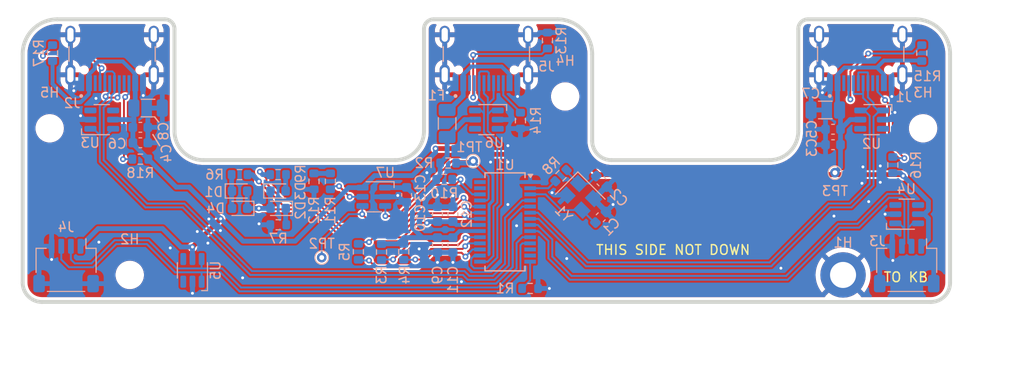
<source format=kicad_pcb>
(kicad_pcb (version 20240108) (generator "pcbnew") (generator_version "8.0")
  (layers (0 "F.Cu" signal) (31 "B.Cu" signal) (34 "B.Paste" user) (35 "F.Paste" user) (36 "B.SilkS" user "B.Silkscreen") (37 "F.SilkS" user "F.Silkscreen") (38 "B.Mask" user) (39 "F.Mask" user) (44 "Edge.Cuts" user))
  (net 0 "")
  (net 1 "GND")
  (net 2 "XIN")
  (net 3 "Net-(C2-Pad2)")
  (net 4 "+5V_lim")
  (net 5 "+5V")
  (net 6 "+3.3V")
  (net 7 "Net-(D1-K)")
  (net 8 "DRV")
  (net 9 "Net-(D2-K)")
  (net 10 "Net-(D3-A)")
  (net 11 "VBUS")
  (net 12 "Net-(J1-CC1)")
  (net 14 "D1-")
  (net 15 "D1+")
  (net 17 "Net-(J1-CC2)")
  (net 18 "D4-")
  (net 19 "D4+")
  (net 21 "Net-(J2-CC2)")
  (net 22 "Net-(J2-CC1)")
  (net 24 "D3-")
  (net 25 "D3+")
  (net 26 "Net-(J5-CC2)")
  (net 28 "D0+")
  (net 29 "Net-(J5-CC1)")
  (net 30 "D0-")
  (net 32 "Net-(U1-REXT)")
  (net 33 "P_EN")
  (net 34 "Net-(U1-BUSJ)")
  (net 35 "Net-(U1-VBUSM)")
  (net 36 "Net-(U1-~{XRSTJ})")
  (net 37 "LED1")
  (net 38 "XOUT")
  (net 39 "LED2")
  (net 40 "FAULT")
  (net 41 "Net-(R11-Pad2)")
  (net 42 "Net-(U7-ILIM)")
  (net 55 "D2-")
  (net 56 "D2+")
  (footprint "Resistor_SMD:R_0603_1608Metric" (layer "B.Cu") (at 54.4 2.2 90)
    (property "Reference" "R13")
    (property "Value" "5.1k")
  )
  (footprint "Resistor_SMD:R_0603_1608Metric" (layer "B.Cu") (at 30.2 16.8 -90)
    (property "Reference" "R12")
    (property "Value" "33k")
  )
  (footprint "PCM_marbastlib-various:SOT-23-6-routable" (layer "B.Cu") (at 8.2 10.4)
    (property "Reference" "U3")
    (property "Value" "SRV05-4")
  )
  (footprint "Resistor_SMD:R_0603_1608Metric" (layer "B.Cu") (at 31.9 16.8 90)
    (property "Reference" "R11")
    (property "Value" "33k")
  )
  (footprint "TestPoint:TestPoint_THTPad_D1.0mm_Drill0.5mm" (layer "B.Cu") (at 31 24.7 180)
    (property "Reference" "TP2")
    (property "Value" "TestPoint_Small")
  )
  (footprint "Connector_JST:JST_SH_SM04B-SRSS-TB_1x04-1MP_P1.00mm_Horizontal" (layer "B.Cu") (at 4.5 25.525 180)
    (property "Reference" "J4")
    (property "Value" "Conn_01x04")
  )
  (footprint "Capacitor_SMD:C_0603_1608Metric" (layer "B.Cu") (at 59.92132 20.52132 -135)
    (property "Reference" "C1")
    (property "Value" "33p")
  )
  (footprint "PCM_marbastlib-various:SOT-23-6-routable" (layer "B.Cu") (at 88 10.4 180)
    (property "Reference" "U2")
    (property "Value" "SRV05-4")
  )
  (footprint "TestPoint:TestPoint_THTPad_D1.0mm_Drill0.5mm" (layer "B.Cu") (at 46.7 14.7 180)
    (property "Reference" "TP1")
    (property "Value" "TestPoint_Small")
  )
  (footprint "mx-unsaver:PHOENIX_1332645" (layer "B.Cu") (at 86.87 1 180)
    (property "Reference" "J1")
    (property "Value" "USB_C_Receptacle_USB2.0_16P")
  )
  (footprint "Capacitor_SMD:C_0603_1608Metric" (layer "B.Cu") (at 84 13)
    (property "Reference" "C3")
    (property "Value" "100n")
  )
  (footprint "Resistor_SMD:R_0603_1608Metric" (layer "B.Cu") (at 93.2 3.5 -90)
    (property "Reference" "R15")
    (property "Value" "56k")
  )
  (footprint "Resistor_SMD:R_0603_1608Metric" (layer "B.Cu") (at 37.2 24.125 90)
    (property "Reference" "R3")
    (property "Value" "10k")
  )
  (footprint "Resistor_SMD:R_0603_1608Metric" (layer "B.Cu") (at 55.8 16.2 -135)
    (property "Reference" "R8")
    (property "Value" "1k")
  )
  (footprint "MountingHole:MountingHole_2.7mm_M2.5" (layer "B.Cu") (at 11.1 26.5 180)
    (property "Reference" "H2")
    (property "Value" "MountingHole")
  )
  (footprint "Capacitor_SMD:C_0603_1608Metric" (layer "B.Cu") (at 43 20.2 90)
    (property "Reference" "C10")
    (property "Value" "1u")
  )
  (footprint "MountingHole:MountingHole_2.7mm_M2.5_DIN965_Pad" (layer "B.Cu") (at 85.04 26.5 180)
    (property "Reference" "H1")
    (property "Value" "MountingHole")
  )
  (footprint "Capacitor_SMD:C_1206_3216Metric" (layer "B.Cu") (at 83.2 9.4)
    (property "Reference" "C7")
    (property "Value" "100u")
  )
  (footprint "Capacitor_SMD:C_0603_1608Metric" (layer "B.Cu") (at 12.2 11.2 180)
    (property "Reference" "C4")
    (property "Value" "100n")
  )
  (footprint "Resistor_SMD:R_0603_1608Metric" (layer "B.Cu") (at 22.4875 16.1 180)
    (property "Reference" "R6")
    (property "Value" "510")
  )
  (footprint "Fuse:Fuse_1206_3216Metric" (layer "B.Cu") (at 44 10.8 -90)
    (property "Reference" "F1")
    (property "Value" "SMD0805-050-16V")
  )
  (footprint "Package_SO:SSOP-28_3.9x9.9mm_P0.635mm" (layer "B.Cu") (at 50 21 180)
    (property "Reference" "U1")
    (property "Value" "FE1.1s-BSOP28BCN")
  )
  (footprint "LED_SMD:LED_0603_1608Metric" (layer "B.Cu") (at 26.4875 19.6 180)
    (property "Reference" "D2")
    (property "Value" "LED_Small")
  )
  (footprint "Resistor_SMD:R_0603_1608Metric" (layer "B.Cu") (at 90.2 15.1 -90)
    (property "Reference" "R16")
    (property "Value" "56k")
  )
  (footprint "Resistor_SMD:R_0603_1608Metric" (layer "B.Cu") (at 3.1 3.5 -90)
    (property "Reference" "R17")
    (property "Value" "56k")
  )
  (footprint "Resistor_SMD:R_0603_1608Metric" (layer "B.Cu") (at 43.7 16.6)
    (property "Reference" "R10")
    (property "Value" "10k")
  )
  (footprint "Resistor_SMD:R_0603_1608Metric" (layer "B.Cu") (at 39.5 24.1 90)
    (property "Reference" "R4")
    (property "Value" "10k")
  )
  (footprint "PCM_marbastlib-various:SOT-23-6-routable" (layer "B.Cu") (at 91.64 20.2)
    (property "Reference" "U4")
    (property "Value" "SRV05-4")
  )
  (footprint "mx-unsaver:PHOENIX_1332645" (layer "B.Cu") (at 9.27 1 180)
    (property "Reference" "J2")
    (property "Value" "USB_C_Receptacle_USB2.0_16P")
  )
  (footprint "Resistor_SMD:R_0603_1608Metric" (layer "B.Cu") (at 34.8 24.1 -90)
    (property "Reference" "R5")
    (property "Value" "10k")
  )
  (footprint "Resistor_SMD:R_0603_1608Metric" (layer "B.Cu") (at 26.5 21.3)
    (property "Reference" "R7")
    (property "Value" "510")
  )
  (footprint "Capacitor_SMD:C_0603_1608Metric" (layer "B.Cu") (at 12.2 12.8 180)
    (property "Reference" "C6")
    (property "Value" "10u")
  )
  (footprint "Resistor_SMD:R_0603_1608Metric" (layer "B.Cu") (at 51.6 10.5 -90)
    (property "Reference" "R14")
    (property "Value" "5.1k")
  )
  (footprint "MountingHole:MountingHole_2.7mm_M2.5" (layer "B.Cu") (at 93.34 11.3 180)
    (property "Reference" "H3")
    (property "Value" "MountingHole")
  )
  (footprint "Resistor_SMD:R_0603_1608Metric" (layer "B.Cu") (at 26.475 16.1)
    (property "Reference" "R9")
    (property "Value" "510")
  )
  (footprint "Capacitor_SMD:C_0603_1608Metric" (layer "B.Cu") (at 84 11.4)
    (property "Reference" "C5")
    (property "Value" "10u")
  )
  (footprint "PCM_marbastlib-various:SOT-23-6-routable" (layer "B.Cu") (at 48.07 10.4 180)
    (property "Reference" "U6")
    (property "Value" "SRV05-4")
  )
  (footprint "Resistor_SMD:R_0603_1608Metric" (layer "B.Cu") (at 12.2 14.5)
    (property "Reference" "R18")
    (property "Value" "56k")
  )
  (footprint "Capacitor_SMD:C_0603_1608Metric" (layer "B.Cu") (at 44.6 23.4 -90)
    (property "Reference" "C11")
    (property "Value" "100n")
  )
  (footprint "LED_SMD:LED_0603_1608Metric" (layer "B.Cu") (at 26.475 17.8)
    (property "Reference" "D3")
    (property "Value" "LED_Small")
  )
  (footprint "Capacitor_SMD:C_0603_1608Metric" (layer "B.Cu") (at 60 16.8 135)
    (property "Reference" "C2")
    (property "Value" "33p")
  )
  (footprint "Crystal:Crystal_SMD_3225-4Pin_3.2x2.5mm" (layer "B.Cu") (at 57.8 18.4 -45)
    (property "Reference" "Y1")
    (property "Value" "Crystal_GND24")
  )
  (footprint "mx-unsaver:PHOENIX_1332645" (layer "B.Cu") (at 48.07 1 180)
    (property "Reference" "J5")
    (property "Value" "USB_C_Receptacle_USB2.0_16P")
  )
  (footprint "LED_SMD:LED_0603_1608Metric" (layer "B.Cu") (at 22.4875 19.6 180)
    (property "Reference" "D4")
    (property "Value" "LED_Small")
  )
  (footprint "MountingHole:MountingHole_2.7mm_M2.5" (layer "B.Cu") (at 56.24 8 180)
    (property "Reference" "H4")
    (property "Value" "MountingHole")
  )
  (footprint "Resistor_SMD:R_0603_1608Metric" (layer "B.Cu") (at 52.6 27.9 180)
    (property "Reference" "R1")
    (property "Value" "2.7k")
  )
  (footprint "Capacitor_SMD:C_0603_1608Metric" (layer "B.Cu") (at 39.8 18.2 90)
    (property "Reference" "C13")
    (property "Value" "100n")
  )
  (footprint "TestPoint:TestPoint_THTPad_D1.0mm_Drill0.5mm" (layer "B.Cu") (at 84.2 15.9 180)
    (property "Reference" "TP3")
    (property "Value" "TestPoint_Small")
  )
  (footprint "PCM_marbastlib-various:SOT-23-6-routable" (layer "B.Cu") (at 36.4 18.4 180)
    (property "Reference" "U7")
    (property "Value" "TPS2552DBVR")
  )
  (footprint "Capacitor_SMD:C_0603_1608Metric" (layer "B.Cu") (at 44.6 20.2 90)
    (property "Reference" "C12")
    (property "Value" "100n")
  )
  (footprint "Connector_JST:JST_SH_SM04B-SRSS-TB_1x04-1MP_P1.00mm_Horizontal" (layer "B.Cu") (at 91.64 25.525 180)
    (property "Reference" "J3")
    (property "Value" "Conn_01x04")
  )
  (footprint "Capacitor_SMD:C_0603_1608Metric" (layer "B.Cu") (at 43 23.4 -90)
    (property "Reference" "C9")
    (property "Value" "1u")
  )
  (footprint "LED_SMD:LED_0603_1608Metric" (layer "B.Cu") (at 22.4875 17.8)
    (property "Reference" "D1")
    (property "Value" "LED_Small")
  )
  (footprint "PCM_marbastlib-various:SOT-23-6-routable" (layer "B.Cu") (at 17.6 26.025 90)
    (property "Reference" "U5")
    (property "Value" "SRV05-4")
  )
  (footprint "Capacitor_SMD:C_1206_3216Metric" (layer "B.Cu") (at 13 9.2 180)
    (property "Reference" "C8")
    (property "Value" "100u")
  )
  (footprint "Resistor_SMD:R_0603_1608Metric" (layer "B.Cu") (at 44.1 14.9)
    (property "Reference" "R2")
    (property "Value" "10k")
  )
  (footprint "MountingHole:MountingHole_2.7mm_M2.5" (layer "B.Cu") (at 2.8 11.3 180)
    (property "Reference" "H5")
    (property "Value" "MountingHole")
  )
  (gr_line (start 13.5 11.95) (end 14.2 13.1) (stroke (width 0.15)) (layer "B.SilkS"))
  (gr_line (start 13.7 10.15) (end 14.1 10.65) (stroke (width 0.15)) (layer "B.SilkS"))
  (gr_arc (start 92.54 0) (mid 95.091374 1.060203) (end 96.14 3.616358) (stroke (width 0.4)) (layer "Edge.Cuts"))
  (gr_arc (start 61.04 14.6) (mid 59.631395 14.019767) (end 59.04 12.615811) (stroke (width 0.4)) (layer "Edge.Cuts"))
  (gr_line (start 42.611325 0) (end 55.44 0) (stroke (width 0.4)) (layer "Edge.Cuts"))
  (gr_arc (start 0 3.599997) (mid 1.054416 1.054413) (end 3.6 -0.000003) (stroke (width 0.4)) (layer "Edge.Cuts"))
  (gr_line (start 3.6 0) (end 14.74 0) (stroke (width 0.4)) (layer "Edge.Cuts"))
  (gr_line (start 3.6 -0.000003) (end 3.6 0) (stroke (width 0.4)) (layer "Edge.Cuts"))
  (gr_arc (start 55.44 0) (mid 57.991374 1.060203) (end 59.04 3.616358) (stroke (width 0.4)) (layer "Edge.Cuts"))
  (gr_arc (start 41.6 1.000137) (mid 41.896896 0.288966) (end 42.611325 0) (stroke (width 0.4)) (layer "Edge.Cuts"))
  (gr_line (start 81.411325 0) (end 92.54 0) (stroke (width 0.4)) (layer "Edge.Cuts"))
  (gr_arc (start 96.14 27.300037) (mid 95.554207 28.714215) (end 94.14 29.3) (stroke (width 0.4)) (layer "Edge.Cuts"))
  (gr_line (start 0 3.599997) (end 0 27.3) (stroke (width 0.4)) (layer "Edge.Cuts"))
  (gr_line (start 41.6 11.600057) (end 41.6 1.000137) (stroke (width 0.4)) (layer "Edge.Cuts"))
  (gr_line (start 59.04 3.616358) (end 59.04 12.615811) (stroke (width 0.4)) (layer "Edge.Cuts"))
  (gr_arc (start 14.74 0) (mid 15.450127 0.29591) (end 15.74 1.008522) (stroke (width 0.4)) (layer "Edge.Cuts"))
  (gr_line (start 96.14 3.616358) (end 96.14 27.300037) (stroke (width 0.4)) (layer "Edge.Cuts"))
  (gr_line (start 80.4 11.600037) (end 80.4 1.000137) (stroke (width 0.4)) (layer "Edge.Cuts"))
  (gr_line (start 2 29.3) (end 94.14 29.3) (stroke (width 0.4)) (layer "Edge.Cuts"))
  (gr_line (start 61.04 14.6) (end 77.4 14.6) (stroke (width 0.4)) (layer "Edge.Cuts"))
  (gr_arc (start 41.6 11.600057) (mid 40.721338 13.721335) (end 38.60006 14.6) (stroke (width 0.4)) (layer "Edge.Cuts"))
  (gr_arc (start 80.4 1.000137) (mid 80.696896 0.288966) (end 81.411325 0) (stroke (width 0.4)) (layer "Edge.Cuts"))
  (gr_line (start 15.74 1.008522) (end 15.74 11.6) (stroke (width 0.4)) (layer "Edge.Cuts"))
  (gr_arc (start 18.74 14.6) (mid 16.618693 13.721318) (end 15.74 11.6) (stroke (width 0.4)) (layer "Edge.Cuts"))
  (gr_line (start 18.74 14.6) (end 38.60006 14.6) (stroke (width 0.4)) (layer "Edge.Cuts"))
  (gr_arc (start 80.4 11.600037) (mid 79.521314 13.721322) (end 77.4 14.6) (stroke (width 0.4)) (layer "Edge.Cuts"))
  (gr_arc (start 2 29.3) (mid 0.585789 28.714213) (end 0 27.3) (stroke (width 0.4)) (layer "Edge.Cuts"))
  (gr_text "THIS SIDE NOT DOWN" (at 59.35 24.49 0) (layer "F.SilkS") (effects (font (size 1 1)) (justify left bottom)))
  (gr_text "TO KB" (at 89.17 27.32 0) (layer "F.SilkS") (effects (font (size 1 1)) (justify left bottom)))
  (gr_text "" (at 48.07 35.631 0) (layer "Edge.Cuts") (effects (font (size 3.048 2.7432) (thickness 0.381)) (justify top)))
  (via (at 5.3 7.4) (size 0.6) (drill 0.3) (layers "F.Cu" "B.Cu") (net 1))
  (via (at 43 25.2) (size 0.6) (drill 0.3) (layers "F.Cu" "B.Cu") (net 1))
  (via (at 54.875438 17.969409) (size 0.6) (drill 0.3) (layers "F.Cu" "B.Cu") (net 1))
  (via (at 78.6 25.8) (size 0.6) (drill 0.3) (layers "F.Cu" "B.Cu") (net 1))
  (via (at 41.9 15.9) (size 0.6) (drill 0.3) (layers "F.Cu" "B.Cu") (net 1))
  (via (at 44.6 25.2) (size 0.6) (drill 0.3) (layers "F.Cu" "B.Cu") (net 1))
  (via (at 50.3 13.1) (size 0.6) (drill 0.3) (layers "F.Cu" "B.Cu") (net 1))
  (via (at 50.3 19.2) (size 0.6) (drill 0.3) (layers "F.Cu" "B.Cu") (net 1))
  (via (at 43 18.2) (size 0.6) (drill 0.3) (layers "F.Cu" "B.Cu") (net 1))
  (via (at 84.1 20.4) (size 0.6) (drill 0.3) (layers "F.Cu" "B.Cu") (net 1))
  (via (at 88.9 16.9) (size 0.6) (drill 0.3) (layers "F.Cu" "B.Cu") (net 1))
  (via (at 56.4 24.8) (size 0.6) (drill 0.3) (layers "F.Cu" "B.Cu") (net 1))
  (via (at 3 24.9) (size 0.6) (drill 0.3) (layers "F.Cu" "B.Cu") (net 1))
  (via (at 82.9 7.6) (size 0.6) (drill 0.3) (layers "F.Cu" "B.Cu") (net 1))
  (via (at 17.6 28.4) (size 0.6) (drill 0.3) (layers "F.Cu" "B.Cu") (net 1))
  (via (at 24.5 21.2) (size 0.6) (drill 0.3) (layers "F.Cu" "B.Cu") (net 1))
  (via (at 87 17) (size 0.6) (drill 0.3) (layers "F.Cu" "B.Cu") (net 1))
  (via (at 18.1 22) (size 0.6) (drill 0.3) (layers "F.Cu" "B.Cu") (net 1))
  (via (at 44.6 18.3) (size 0.6) (drill 0.3) (layers "F.Cu" "B.Cu") (net 1))
  (via (at 48.5 14.8) (size 0.6) (drill 0.3) (layers "F.Cu" "B.Cu") (net 1))
  (via (at 90.2 25) (size 0.6) (drill 0.3) (layers "F.Cu" "B.Cu") (net 1))
  (via (at 19.2 23.2) (size 0.6) (drill 0.3) (layers "F.Cu" "B.Cu") (net 1))
  (via (at 7.9 23.1) (size 0.6) (drill 0.3) (layers "F.Cu" "B.Cu") (net 1))
  (via (at 20.5 21.9) (size 0.6) (drill 0.3) (layers "F.Cu" "B.Cu") (net 1))
  (via (at 61.2 19.2) (size 0.6) (drill 0.3) (layers "F.Cu" "B.Cu") (net 1))
  (via (at 51.3 8) (size 0.6) (drill 0.3) (layers "F.Cu" "B.Cu") (net 1))
  (via (at 87.1 15.3) (size 0.6) (drill 0.3) (layers "F.Cu" "B.Cu") (net 1))
  (via (at 6 10) (size 0.6) (drill 0.3) (layers "F.Cu" "B.Cu") (net 1))
  (via (at 50.3 14.8) (size 0.6) (drill 0.3) (layers "F.Cu" "B.Cu") (net 1))
  (via (at 22.8 26.8) (size 0.6) (drill 0.3) (layers "F.Cu" "B.Cu") (net 1))
  (via (at 38.885069 18.263157) (size 0.6) (drill 0.3) (layers "F.Cu" "B.Cu") (net 1))
  (via (at 90.422835 9.657086) (size 0.6) (drill 0.3) (layers "F.Cu" "B.Cu") (net 1))
  (via (at 41.1 23.8) (size 0.6) (drill 0.3) (layers "F.Cu" "B.Cu") (net 1))
  (via (at 90.1 8) (size 0.6) (drill 0.3) (layers "F.Cu" "B.Cu") (net 1))
  (via (at 44 7.6) (size 0.6) (drill 0.3) (layers "F.Cu" "B.Cu") (net 1))
  (via (at 88.9 15.2) (size 0.6) (drill 0.3) (layers "F.Cu" "B.Cu") (net 1))
  (via (at 15.3 23.7) (size 0.6) (drill 0.3) (layers "F.Cu" "B.Cu") (net 1))
  (via (at 51.2 21.4) (size 0.6) (drill 0.3) (layers "F.Cu" "B.Cu") (net 1))
  (via (at 19.3 20.7) (size 0.6) (drill 0.3) (layers "F.Cu" "B.Cu") (net 1))
  (via (at 45.485786 27.2) (size 0.6) (drill 0.3) (layers "F.Cu" "B.Cu") (net 1))
  (via (at 12.5 7.9) (size 0.6) (drill 0.3) (layers "F.Cu" "B.Cu") (net 1))
  (via (at 54.6 27.9) (size 0.6) (drill 0.3) (layers "F.Cu" "B.Cu") (net 1))
  (via (at 7.6 8.2) (size 0.6) (drill 0.3) (layers "F.Cu" "B.Cu") (net 1))
  (via (at 89.4 20.2) (size 0.6) (drill 0.3) (layers "F.Cu" "B.Cu") (net 1))
  (via (at 87.7 18.9) (size 0.6) (drill 0.3) (layers "F.Cu" "B.Cu") (net 1))
  (segment (start 44.87 6.62) (end 44.87 6.73) (width 0.5) (layer "B.Cu") (net 1))
  (segment (start 6.07 6.63) (end 5.3 7.4) (width 0.5) (layer "B.Cu") (net 1))
  (segment (start 50.8 23.8) (end 50.8 25) (width 0.2) (layer "B.Cu") (net 1))
  (segment (start 90.14 23.525) (end 90.14 24.94) (width 0.5) (layer "B.Cu") (net 1))
  (segment (start 25.675 21.3) (end 24.6 21.3) (width 0.5) (layer "B.Cu") (net 1))
  (segment (start 12.47 7.87) (end 12.5 7.9) (width 0.5) (layer "B.Cu") (net 1))
  (segment (start 39.596912 18.975) (end 38.885069 18.263157) (width 0.5) (layer "B.Cu") (net 1))
  (segment (start 6.07 6.62) (end 6.07 6.63) (width 0.5) (layer "B.Cu") (net 1))
  (segment (start 49.834314 26.634314) (end 49.468628 27) (width 0.2) (layer "B.Cu") (net 1))
  (segment (start 49.984314 26.484314) (end 49.834314 26.634314) (width 0.2) (layer "B.Cu") (net 1))
  (segment (start 60.469328 19.973312) (end 60.469328 19.930672) (width 0.5) (layer "B.Cu") (net 1))
  (segment (start 37.575 18.4) (end 38.748226 18.4) (width 0.5) (layer "B.Cu") (net 1))
  (segment (start 17.6 27.2) (end 17.6 28.4) (width 0.5) (layer "B.Cu") (net 1))
  (segment (start 43 24.175) (end 43 25.2) (width 0.5) (layer "B.Cu") (net 1))
  (segment (start 90.07 7.97) (end 90.1 8) (width 0.5) (layer "B.Cu") (net 1))
  (segment (start 90.465 20.2) (end 89.4 20.2) (width 0.5) (layer "B.Cu") (net 1))
  (segment (start 44.6 24.175) (end 44.6 25.2) (width 0.5) (layer "B.Cu") (net 1))
  (segment (start 89.799999 10.4) (end 90.422835 9.777164) (width 0.5) (layer "B.Cu") (net 1))
  (segment (start 45.968628 27.4) (end 45.584314 27.015686) (width 0.2) (layer "B.Cu") (net 1))
  (segment (start 24.6 21.3) (end 24.5 21.2) (width 0.5) (layer "B.Cu") (net 1))
  (segment (start 53.625 1.375) (end 53.4 1.6) (width 0.5) (layer "B.Cu") (net 1))
  (segment (start 49.068628 27.4) (end 47.4 27.4) (width 0.2) (layer "B.Cu") (net 1))
  (segment (start 44.6 19.425) (end 44.6 18.3) (width 0.5) (layer "B.Cu") (net 1))
  (segment (start 90.07 6.62) (end 90.07 7.97) (width 0.5) (layer "B.Cu") (net 1))
  (segment (start 46.5 27.4) (end 45.968628 27.4) (width 0.2) (layer "B.Cu") (net 1))
  (segment (start 54.4 1.375) (end 53.625 1.375) (width 0.5) (layer "B.Cu") (net 1))
  (segment (start 12.47 6.62) (end 12.47 7.87) (width 0.5) (layer "B.Cu") (net 1))
  (segment (start 38.748226 18.4) (end 38.885069 18.263157) (width 0.5) (layer "B.Cu") (net 1))
  (segment (start 7.025 10.4) (end 6.4 10.4) (width 0.5) (layer "B.Cu") (net 1))
  (segment (start 47.4 27.4) (end 46.5 27.4) (width 0.2) (layer "B.Cu") (net 1))
  (segment (start 90.14 24.94) (end 90.2 25) (width 0.5) (layer "B.Cu") (net 1))
  (segment (start 6.4 10.4) (end 6 10) (width 0.5) (layer "B.Cu") (net 1))
  (segment (start 60.469328 19.930672) (end 61.2 19.2) (width 0.5) (layer "B.Cu") (net 1))
  (segment (start 39.6 18.975) (end 39.575 18.975) (width 0.5) (layer "B.Cu") (net 1))
  (segment (start 50.8 25) (end 50.8 25.668628) (width 0.2) (layer "B.Cu") (net 1))
  (segment (start 53.4 1.6) (end 52.39 1.6) (width 0.5) (layer "B.Cu") (net 1))
  (segment (start 51.27 7.97) (end 51.3 8) (width 0.5) (layer "B.Cu") (net 1))
  (segment (start 55.129252 18.223223) (end 54.875438 17.969409) (width 0.5) (layer "B.Cu") (net 1))
  (segment (start 83.67 6.62) (end 83.67 6.83) (width 0.5) (layer "B.Cu") (net 1))
  (segment (start 89.175 10.4) (end 89.799999 10.4) (width 0.5) (layer "B.Cu") (net 1))
  (segment (start 83.67 6.83) (end 82.9 7.6) (width 0.5) (layer "B.Cu") (net 1))
  (segment (start 39.8 18.975) (end 39.596912 18.975) (width 0.5) (layer "B.Cu") (net 1))
  (segment (start 56.421142 18.223223) (end 55.129252 18.223223) (width 0.5) (layer "B.Cu") (net 1))
  (segment (start 46.5 27.4) (end 45.685786 27.4) (width 0.2) (layer "B.Cu") (net 1))
  (segment (start 51.27 6.62) (end 51.27 7.97) (width 0.5) (layer "B.Cu") (net 1))
  (segment (start 50.8 25.668628) (end 49.984314 26.484314) (width 0.2) (layer "B.Cu") (net 1))
  (segment (start 44.87 6.73) (end 44 7.6) (width 0.5) (layer "B.Cu") (net 1))
  (segment (start 90.422835 9.777164) (end 90.422835 9.657086) (width 0.5) (layer "B.Cu") (net 1))
  (segment (start 45.685786 27.4) (end 45.485786 27.2) (width 0.2) (layer "B.Cu") (net 1))
  (segment (start 49.984314 26.484314) (end 49.068628 27.4) (width 0.2) (layer "B.Cu") (net 1))
  (segment (start 3 23.525) (end 3 24.9) (width 0.5) (layer "B.Cu") (net 1))
  (segment (start 55.836358 19.778858) (end 57.976777 19.778858) (width 0.2) (layer "B.Cu") (net 2))
  (segment (start 59.267247 21.069328) (end 57.976777 19.778858) (width 0.2) (layer "B.Cu") (net 2))
  (segment (start 59.373312 21.069328) (end 59.267247 21.069328) (width 0.2) (layer "B.Cu") (net 2))
  (segment (start 54.2 18.1425) (end 52.6 18.1425) (width 0.2) (layer "B.Cu") (net 2))
  (segment (start 54.2 18.1425) (end 55.836358 19.778858) (width 0.2) (layer "B.Cu") (net 2))
  (segment (start 57.623223 17.021142) (end 58.682842 17.021142) (width 0.2) (layer "B.Cu") (net 3))
  (segment (start 56.383363 15.781282) (end 57.623223 17.021142) (width 0.2) (layer "B.Cu") (net 3))
  (segment (start 56.383363 15.616637) (end 56.383363 15.781282) (width 0.2) (layer "B.Cu") (net 3))
  (segment (start 58.682842 17.021142) (end 59.451992 16.251992) (width 0.2) (layer "B.Cu") (net 3))
  (segment (start 84 16.1) (end 84.2 15.9) (width 0.5) (layer "F.Cu") (net 4))
  (segment (start 83.1 16.1) (end 84 16.1) (width 0.5) (layer "F.Cu") (net 4))
  (segment (start 47.7 14) (end 57.6 14) (width 0.5) (layer "F.Cu") (net 4))
  (segment (start 57.6 14) (end 59.7 16.1) (width 0.5) (layer "F.Cu") (net 4))
  (segment (start 17.6 23.6) (end 20.525 20.675) (width 0.5) (layer "F.Cu") (net 4))
  (segment (start 47.1 13.4) (end 47.7 14) (width 0.5) (layer "F.Cu") (net 4))
  (segment (start 42.8 13.4) (end 47.1 13.4) (width 0.5) (layer "F.Cu") (net 4))
  (segment (start 83.1 16.1) (end 91.142684 16.1) (width 0.5) (layer "F.Cu") (net 4))
  (segment (start 59.7 16.1) (end 83.1 16.1) (width 0.5) (layer "F.Cu") (net 4))
  (segment (start 91.142684 16.1) (end 91.271342 16.228658) (width 0.5) (layer "F.Cu") (net 4))
  (via (at 17.6 23.6) (size 0.6) (drill 0.3) (layers "F.Cu" "B.Cu") (net 4))
  (via (at 20.525 20.675) (size 0.6) (drill 0.3) (layers "F.Cu" "B.Cu") (net 4))
  (via (at 91.271342 16.228658) (size 0.6) (drill 0.3) (layers "F.Cu" "B.Cu") (net 4))
  (via (at 42.8 13.4) (size 0.6) (drill 0.3) (layers "F.Cu" "B.Cu") (net 4))
  (segment (start 84.775 13) (end 84.775 15.325) (width 0.5) (layer "B.Cu") (net 4))
  (segment (start 3.6 7.2) (end 3.9 7.5) (width 0.4) (layer "B.Cu") (net 4))
  (segment (start 91.271342 16.228658) (end 90.967684 15.925) (width 0.5) (layer "B.Cu") (net 4))
  (segment (start 11.425 12.9) (end 13.025 14.5) (width 0.5) (layer "B.Cu") (net 4))
  (segment (start 22.85 23) (end 21 21.15) (width 0.5) (layer "B.Cu") (net 4))
  (segment (start 89.276288 4.276288) (end 89.277576 4.275) (width 0.4) (layer "B.Cu") (net 4))
  (segment (start 13.025 14.5) (end 15.925 17.4) (width 0.5) (layer "B.Cu") (net 4))
  (segment (start 84.775 13) (end 84.775 9.5) (width 0.5) (layer "B.Cu") (net 4))
  (segment (start 7.82747 4.37253) (end 7.47894 4.72106) (width 0.4) (layer "B.Cu") (net 4))
  (segment (start 16.4 23.6) (end 14.5 21.7) (width 0.5) (layer "B.Cu") (net 4))
  (segment (start 84.775 9.5) (end 84.675 9.4) (width 0.5) (layer "B.Cu") (net 4))
  (segment (start 40.4 16.2) (end 42.8 13.8) (width 0.5) (layer "B.Cu") (net 4))
  (segment (start 84.775 15.325) (end 84.2 15.9) (width 0.5) (layer "B.Cu") (net 4))
  (segment (start 28.239338 23) (end 22.85 23) (width 0.5) (layer "B.Cu") (net 4))
  (segment (start 6.87 5.717423) (end 6.87 6.62) (width 0.4) (layer "B.Cu") (net 4))
  (segment (start 88.552577 5) (end 89.27 5.717423) (width 0.4) (layer "B.Cu") (net 4))
  (segment (start 7.47894 4.72106) (end 7.47894 5.108483) (width 0.4) (layer "B.Cu") (net 4))
  (segment (start 11.67 6.62) (end 11.67 5.717423) (width 0.4) (layer "B.Cu") (net 4))
  (segment (start 85.187423 5) (end 88.552577 5) (width 0.4) (layer "B.Cu") (net 4))
  (segment (start 17.6 23.6) (end 17.6 24.85) (width 0.5) (layer "B.Cu") (net 4))
  (segment (start 15.925 17.4) (end 17.25 17.4) (width 0.5) (layer "B.Cu") (net 4))
  (segment (start 11.67 9.055) (end 11.525 9.2) (width 0.5) (layer "B.Cu") (net 4))
  (segment (start 17.6 23.6) (end 16.4 23.6) (width 0.5) (layer "B.Cu") (net 4))
  (segment (start 93.89 19.749999) (end 93.439999 20.2) (width 0.5) (layer "B.Cu") (net 4))
  (segment (start 89.277576 4.275) (end 93.1125 4.275) (width 0.4) (layer "B.Cu") (net 4))
  (segment (start 3.1 6.7) (end 3.1 4.325) (width 0.4) (layer "B.Cu") (net 4))
  (segment (start 6.01 8.6) (end 5 8.6) (width 0.4) (layer "B.Cu") (net 4))
  (segment (start 33.789339 17.45) (end 29.869669 21.369669) (width 0.5) (layer "B.Cu") (net 4))
  (segment (start 86.825 10.4) (end 85.775 10.4) (width 0.5) (layer "B.Cu") (net 4))
  (segment (start 7.47894 5.108483) (end 6.87 5.717423) (width 0.4) (layer "B.Cu") (net 4))
  (segment (start 11.52 5.567423) (end 11.52 5.512893) (width 0.4) (layer "B.Cu") (net 4))
  (segment (start 6.87 7.74) (end 6.01 8.6) (width 0.4) (layer "B.Cu") (net 4))
  (segment (start 89.27 5.717423) (end 89.27 6.62) (width 0.4) (layer "B.Cu") (net 4))
  (segment (start 88.552577 5) (end 89.276288 4.276288) (width 0.4) (layer "B.Cu") (net 4))
  (segment (start 5 8.6) (end 3.9 7.5) (width 0.4) (layer "B.Cu") (net 4))
  (segment (start 93.439999 20.2) (end 92.815 20.2) (width 0.5) (layer "B.Cu") (net 4))
  (segment (start 10.379637 4.37253) (end 7.82747 4.37253) (width 0.4) (layer "B.Cu") (net 4))
  (segment (start 11.525 10.4) (end 11.525 11.1) (width 0.5) (layer "B.Cu") (net 4))
  (segment (start 90.967684 15.925) (end 90.2 15.925) (width 0.5) (layer "B.Cu") (net 4))
  (segment (start 11.67 6.62) (end 11.67 9.055) (width 0.5) (layer "B.Cu") (net 4))
  (segment (start 84.47 9.195) (end 84.675 9.4) (width 0.5) (layer "B.Cu") (net 4))
  (segment (start 11.425 11.2) (end 11.425 12.8) (width 0.5) (layer "B.Cu") (net 4))
  (segment (start 11.525 9.2) (end 11.525 10.4) (width 0.5) (layer "B.Cu") (net 4))
  (segment (start 42.8 13.8) (end 42.8 13.4) (width 0.5) (layer "B.Cu") (net 4))
  (segment (start 11.52 5.512893) (end 10.379637 4.37253) (width 0.4) (layer "B.Cu") (net 4))
  (segment (start 6.87 6.62) (end 6.87 7.74) (width 0.4) (layer "B.Cu") (net 4))
  (segment (start 93.14 23.525) (end 93.89 22.775) (width 0.5) (layer "B.Cu") (net 4))
  (segment (start 84.47 6.62) (end 84.47 5.717423) (width 0.4) (layer "B.Cu") (net 4))
  (segment (start 14.5 21.7) (end 7.825 21.7) (width 0.5) (layer "B.Cu") (net 4))
  (segment (start 93.89 20.650001) (end 93.439999 20.2) (width 0.5) (layer "B.Cu") (net 4))
  (segment (start 36.475 16.2) (end 40.4 16.2) (width 0.5) (layer "B.Cu") (net 4))
  (segment (start 84.47 6.62) (end 84.47 9.195) (width 0.5) (layer "B.Cu") (net 4))
  (segment (start 35.225 17.45) (end 36.475 16.2) (width 0.5) (layer "B.Cu") (net 4))
  (segment (start 9.375 10.4) (end 11.525 10.4) (width 0.5) (layer "B.Cu") (net 4))
  (segment (start 11.67 5.717423) (end 11.52 5.567423) (width 0.4) (layer "B.Cu") (net 4))
  (segment (start 93.1125 4.275) (end 93.2 4.3625) (width 0.4) (layer "B.Cu") (net 4))
  (segment (start 17.25 17.4) (end 20.525 20.675) (width 0.5) (layer "B.Cu") (net 4))
  (segment (start 93.89 18.847316) (end 91.271342 16.228658) (width 0.5) (layer "B.Cu") (net 4))
  (segment (start 11.425 12.8) (end 11.425 12.9) (width 0.5) (layer "B.Cu") (net 4))
  (segment (start 20.525 20.675) (end 21 21.15) (width 0.5) (layer "B.Cu") (net 4))
  (segment (start 85.775 10.4) (end 84.775 11.4) (width 0.5) (layer "B.Cu") (net 4))
  (segment (start 35.225 17.45) (end 33.789339 17.45) (width 0.5) (layer "B.Cu") (net 4))
  (segment (start 3.9 7.5) (end 3.1 6.7) (width 0.4) (layer "B.Cu") (net 4))
  (segment (start 93.89 18.847316) (end 93.89 19.749999) (width 0.5) (layer "B.Cu") (net 4))
  (segment (start 93.89 22.775) (end 93.89 20.650001) (width 0.5) (layer "B.Cu") (net 4))
  (segment (start 84.47 5.717423) (end 85.187423 5) (width 0.4) (layer "B.Cu") (net 4))
  (segment (start 3.6 7.2) (end 3.125 6.725) (width 0.4) (layer "B.Cu") (net 4))
  (segment (start 7.825 21.7) (end 6 23.525) (width 0.5) (layer "B.Cu") (net 4))
  (segment (start 29.869669 21.369669) (end 28.239338 23) (width 0.5) (layer "B.Cu") (net 4))
  (segment (start 11.525 11.1) (end 11.425 11.2) (width 0.5) (layer "B.Cu") (net 4))
  (segment (start 41.425 22.625) (end 39.55 22.625) (width 0.5) (layer "B.Cu") (net 5))
  (segment (start 40.4 21.6) (end 40.4 20) (width 0.5) (layer "B.Cu") (net 5))
  (segment (start 41 19.4) (end 41 18.625) (width 0.5) (layer "B.Cu") (net 5))
  (segment (start 38.9 23.275) (end 37.225 23.275) (width 0.5) (layer "B.Cu") (net 5))
  (segment (start 47.4 21.9525) (end 45.2725 21.9525) (width 0.4) (layer "B.Cu") (net 5))
  (segment (start 39.575 17.45) (end 39.6 17.425) (width 0.5) (layer "B.Cu") (net 5))
  (segment (start 45.2725 21.9525) (end 44.6 22.625) (width 0.4) (layer "B.Cu") (net 5))
  (segment (start 44 13.975) (end 44 14.175) (width 0.5) (layer "B.Cu") (net 5))
  (segment (start 43.275 16.2) (end 42.875 16.6) (width 0.5) (layer "B.Cu") (net 5))
  (segment (start 43 22.625) (end 41.425 22.625) (width 0.5) (layer "B.Cu") (net 5))
  (segment (start 43 22.625) (end 44.6 22.625) (width 0.5) (layer "B.Cu") (net 5))
  (segment (start 44 12.2) (end 44 13.975) (width 0.5) (layer "B.Cu") (net 5))
  (segment (start 42.875 16.75) (end 41 18.625) (width 0.5) (layer "B.Cu") (net 5))
  (segment (start 41 18.625) (end 39.8 17.425) (width 0.5) (layer "B.Cu") (net 5))
  (segment (start 43.275 14.9) (end 43.275 16.2) (width 0.5) (layer "B.Cu") (net 5))
  (segment (start 44 14.175) (end 43.275 14.9) (width 0.5) (layer "B.Cu") (net 5))
  (segment (start 41.425 22.625) (end 40.4 21.6) (width 0.5) (layer "B.Cu") (net 5))
  (segment (start 37.225 23.275) (end 37.2 23.3) (width 0.5) (layer "B.Cu") (net 5))
  (segment (start 39.55 22.625) (end 38.9 23.275) (width 0.5) (layer "B.Cu") (net 5))
  (segment (start 45.8 10.4) (end 44 12.2) (width 0.5) (layer "B.Cu") (net 5))
  (segment (start 42.875 16.6) (end 42.875 16.75) (width 0.5) (layer "B.Cu") (net 5))
  (segment (start 46.895 10.4) (end 45.8 10.4) (width 0.5) (layer "B.Cu") (net 5))
  (segment (start 40.4 20) (end 41 19.4) (width 0.5) (layer "B.Cu") (net 5))
  (segment (start 37.575 17.45) (end 39.575 17.45) (width 0.5) (layer "B.Cu") (net 5))
  (segment (start 36.4 22.6) (end 39.42843 22.6) (width 0.2) (layer "F.Cu") (net 6))
  (segment (start 35.9 23.1) (end 36.4 22.6) (width 0.2) (layer "F.Cu") (net 6))
  (segment (start 39.42843 22.6) (end 40.92843 21.1) (width 0.2) (layer "F.Cu") (net 6))
  (segment (start 40.92843 21.1) (end 41.9 21.1) (width 0.2) (layer "F.Cu") (net 6))
  (via (at 41.9 21.1) (size 0.6) (drill 0.3) (layers "F.Cu" "B.Cu") (net 6))
  (via (at 35.9 23.1) (size 0.6) (drill 0.3) (layers "F.Cu" "B.Cu") (net 6))
  (segment (start 47.4 21.3175) (end 44.9425 21.3175) (width 0.4) (layer "B.Cu") (net 6))
  (segment (start 34.975 23.1) (end 34.8 23.275) (width 0.2) (layer "B.Cu") (net 6))
  (segment (start 42.025 20.975) (end 41.9 21.1) (width 0.5) (layer "B.Cu") (net 6))
  (segment (start 43 20.975) (end 44.6 20.975) (width 0.5) (layer "B.Cu") (net 6))
  (segment (start 35.9 23.1) (end 34.975 23.1) (width 0.2) (layer "B.Cu") (net 6))
  (segment (start 43 20.975) (end 42.025 20.975) (width 0.5) (layer "B.Cu") (net 6))
  (segment (start 44.9425 21.3175) (end 44.6 20.975) (width 0.4) (layer "B.Cu") (net 6))
  (segment (start 21.6625 19.5625) (end 21.7 19.6) (width 0.5) (layer "B.Cu") (net 7))
  (segment (start 21.6625 16.1) (end 21.6625 19.5625) (width 0.5) (layer "B.Cu") (net 7))
  (segment (start 39.262744 22.2) (end 32.6 22.2) (width 0.2) (layer "F.Cu") (net 8))
  (segment (start 45.6 20.5) (end 40.962744 20.5) (width 0.2) (layer "F.Cu") (net 8))
  (segment (start 24.5875 19.7) (end 24.4875 19.6) (width 0.2) (layer "F.Cu") (net 8))
  (segment (start 32.6 22.2) (end 30.1 19.7) (width 0.2) (layer "F.Cu") (net 8))
  (segment (start 30.1 19.7) (end 24.5875 19.7) (width 0.2) (layer "F.Cu") (net 8))
  (segment (start 40.962744 20.5) (end 39.262744 22.2) (width 0.2) (layer "F.Cu") (net 8))
  (segment (start 45.8 20.3) (end 45.6 20.5) (width 0.2) (layer "F.Cu") (net 8))
  (via (at 24.4875 19.6) (size 0.6) (drill 0.3) (layers "F.Cu" "B.Cu") (net 8))
  (via (at 45.8 20.3) (size 0.6) (drill 0.3) (layers "F.Cu" "B.Cu") (net 8))
  (segment (start 23.275 17.8) (end 23.275 19.6) (width 0.5) (layer "B.Cu") (net 8))
  (segment (start 23.275 19.6) (end 24.4875 19.6) (width 0.5) (layer "B.Cu") (net 8))
  (segment (start 25.6875 17.8) (end 25.6875 19.5875) (width 0.5) (layer "B.Cu") (net 8))
  (segment (start 25.6875 19.5875) (end 25.7 19.6) (width 0.5) (layer "B.Cu") (net 8))
  (segment (start 47.4 20.6825) (end 46.1825 20.6825) (width 0.2) (layer "B.Cu") (net 8))
  (segment (start 25.7 19.6) (end 24.4875 19.6) (width 0.5) (layer "B.Cu") (net 8))
  (segment (start 46.1825 20.6825) (end 45.8 20.3) (width 0.2) (layer "B.Cu") (net 8))
  (segment (start 27.2625 21.3) (end 27.2625 19.6125) (width 0.5) (layer "B.Cu") (net 9))
  (segment (start 27.2625 19.6125) (end 27.275 19.6) (width 0.5) (layer "B.Cu") (net 9))
  (segment (start 27.2625 16.1375) (end 27.3 16.1) (width 0.5) (layer "B.Cu") (net 10))
  (segment (start 27.2625 17.8) (end 27.2625 16.1375) (width 0.5) (layer "B.Cu") (net 10))
  (segment (start 49.652577 4.9) (end 50.47 5.717423) (width 0.4) (layer "B.Cu") (net 11))
  (segment (start 50.47 5.717423) (end 50.47 6.62) (width 0.4) (layer "B.Cu") (net 11))
  (segment (start 44.2 9.4) (end 44 9.4) (width 0.5) (layer "B.Cu") (net 11))
  (segment (start 45.67 7.93) (end 44.2 9.4) (width 0.5) (layer "B.Cu") (net 11))
  (segment (start 45.67 6.62) (end 45.67 5.717423) (width 0.4) (layer "B.Cu") (net 11))
  (segment (start 45.67 5.717423) (end 46.487423 4.9) (width 0.4) (layer "B.Cu") (net 11))
  (segment (start 46.487423 4.9) (end 49.652577 4.9) (width 0.4) (layer "B.Cu") (net 11))
  (segment (start 45.67 6.62) (end 45.67 7.93) (width 0.5) (layer "B.Cu") (net 11))
  (segment (start 87.7 3.5) (end 87.65 3.55) (width 0.2) (layer "F.Cu") (net 12))
  (segment (start 85.8 5.4) (end 87.65 3.55) (width 0.2) (layer "F.Cu") (net 12))
  (segment (start 85.8 8.3) (end 85.8 5.4) (width 0.2) (layer "F.Cu") (net 12))
  (via (at 87.65 3.55) (size 0.6) (drill 0.3) (layers "F.Cu" "B.Cu") (net 12))
  (via (at 85.8 8.3) (size 0.6) (drill 0.3) (layers "F.Cu" "B.Cu") (net 12))
  (segment (start 92.2875 3.55) (end 93.2 2.6375) (width 0.2) (layer "B.Cu") (net 12))
  (segment (start 87.65 3.55) (end 92.2875 3.55) (width 0.2) (layer "B.Cu") (net 12))
  (segment (start 85.62 6.62) (end 85.62 8.12) (width 0.2) (layer "B.Cu") (net 12))
  (segment (start 85.62 8.12) (end 85.8 8.3) (width 0.2) (layer "B.Cu") (net 12))
  (segment (start 15.965686 25.825) (end 13.040686 22.9) (width 0.2) (layer "B.Cu") (net 14))
  (segment (start 7.134314 25.3) (end 5.4 25.3) (width 0.2) (layer "B.Cu") (net 14))
  (segment (start 18.6 25.825) (end 15.965686 25.825) (width 0.2) (layer "B.Cu") (net 14))
  (segment (start 5 24.9) (end 5 23.525) (width 0.2) (layer "B.Cu") (net 14))
  (segment (start 52.6 22.5875) (end 51.8 22.5875) (width 0.2) (layer "B.Cu") (net 14))
  (segment (start 49.234314 27.8) (end 22.640686 27.8) (width 0.2) (layer "B.Cu") (net 14))
  (segment (start 18.6 25.825) (end 18.55 25.775) (width 0.2) (layer "B.Cu") (net 14))
  (segment (start 13.040686 22.9) (end 9.534314 22.9) (width 0.2) (layer "B.Cu") (net 14))
  (segment (start 51.2 23.1875) (end 51.2 25.834314) (width 0.2) (layer "B.Cu") (net 14))
  (segment (start 22.640686 27.8) (end 20.665686 25.825) (width 0.2) (layer "B.Cu") (net 14))
  (segment (start 51.2 25.834314) (end 49.234314 27.8) (width 0.2) (layer "B.Cu") (net 14))
  (segment (start 9.534314 22.9) (end 7.134314 25.3) (width 0.2) (layer "B.Cu") (net 14))
  (segment (start 20.665686 25.825) (end 18.6 25.825) (width 0.2) (layer "B.Cu") (net 14))
  (segment (start 5.4 25.3) (end 5 24.9) (width 0.2) (layer "B.Cu") (net 14))
  (segment (start 18.55 25.775) (end 18.55 24.85) (width 0.2) (layer "B.Cu") (net 14))
  (segment (start 51.8 22.5875) (end 51.2 23.1875) (width 0.2) (layer "B.Cu") (net 14))
  (segment (start 51.6 26) (end 51.6 23.4225) (width 0.2) (layer "B.Cu") (net 15))
  (segment (start 51.6 23.4225) (end 51.8 23.2225) (width 0.2) (layer "B.Cu") (net 15))
  (segment (start 49.4 28.2) (end 51.6 26) (width 0.2) (layer "B.Cu") (net 15))
  (segment (start 4.8 25.7) (end 7.3 25.7) (width 0.2) (layer "B.Cu") (net 15))
  (segment (start 18.6 26.225) (end 18.55 26.275) (width 0.2) (layer "B.Cu") (net 15))
  (segment (start 20.5 26.225) (end 22.475 28.2) (width 0.2) (layer "B.Cu") (net 15))
  (segment (start 18.6 26.225) (end 20.5 26.225) (width 0.2) (layer "B.Cu") (net 15))
  (segment (start 22.475 28.2) (end 49.4 28.2) (width 0.2) (layer "B.Cu") (net 15))
  (segment (start 4 24.9) (end 4.8 25.7) (width 0.2) (layer "B.Cu") (net 15))
  (segment (start 7.3 25.7) (end 9.7 23.3) (width 0.2) (layer "B.Cu") (net 15))
  (segment (start 18.55 26.275) (end 18.55 27.2) (width 0.2) (layer "B.Cu") (net 15))
  (segment (start 51.8 23.2225) (end 52.6 23.2225) (width 0.2) (layer "B.Cu") (net 15))
  (segment (start 15.8 26.225) (end 18.6 26.225) (width 0.2) (layer "B.Cu") (net 15))
  (segment (start 4 23.525) (end 4 24.9) (width 0.2) (layer "B.Cu") (net 15))
  (segment (start 9.7 23.3) (end 12.875 23.3) (width 0.2) (layer "B.Cu") (net 15))
  (segment (start 12.875 23.3) (end 15.8 26.225) (width 0.2) (layer "B.Cu") (net 15))
  (segment (start 89.8 8.78366) (end 89.395621 8.379281) (width 0.2) (layer "F.Cu") (net 17))
  (segment (start 89.8 12.8) (end 91.4 14.4) (width 0.2) (layer "F.Cu") (net 17))
  (segment (start 89.8 12.2) (end 89.8 8.78366) (width 0.2) (layer "F.Cu") (net 17))
  (segment (start 89.8 12.2) (end 89.8 12.8) (width 0.2) (layer "F.Cu") (net 17))
  (via (at 89.395621 8.379281) (size 0.6) (drill 0.3) (layers "F.Cu" "B.Cu") (net 17))
  (via (at 91.4 14.4) (size 0.6) (drill 0.3) (layers "F.Cu" "B.Cu") (net 17))
  (segment (start 89 7.9) (end 89.395621 8.295621) (width 0.2) (layer "B.Cu") (net 17))
  (segment (start 90.325 14.4) (end 90.2 14.275) (width 0.2) (layer "B.Cu") (net 17))
  (segment (start 89.395621 8.295621) (end 89.395621 8.379281) (width 0.2) (layer "B.Cu") (net 17))
  (segment (start 91.4 14.4) (end 90.325 14.4) (width 0.2) (layer "B.Cu") (net 17))
  (segment (start 88.62 7.52) (end 89 7.9) (width 0.2) (layer "B.Cu") (net 17))
  (segment (start 88.62 6.62) (end 88.62 7.52) (width 0.2) (layer "B.Cu") (net 17))
  (segment (start 9.2 8.4) (end 9.2 7.905686) (width 0.2) (layer "B.Cu") (net 18))
  (segment (start 8.4 9.159448) (end 8.959448 8.6) (width 0.2) (layer "B.Cu") (net 18))
  (segment (start 8.7 5.4) (end 8.52 5.58) (width 0.2) (layer "B.Cu") (net 18))
  (segment (start 50 24.6) (end 50 25.337256) (width 0.2) (layer "B.Cu") (net 18))
  (segment (start 12.9 19.1) (end 8.4 14.6) (width 0.2) (layer "B.Cu") (net 18))
  (segment (start 8.959448 8.6) (end 9 8.6) (width 0.2) (layer "B.Cu") (net 18))
  (segment (start 8.4 12.325) (end 8.4 9.159448) (width 0.2) (layer "B.Cu") (net 18))
  (segment (start 8.4 14.6) (end 8.4 12.325) (width 0.2) (layer "B.Cu") (net 18))
  (segment (start 8.4 12.325) (end 9.375 11.35) (width 0.2) (layer "B.Cu") (net 18))
  (segment (start 50 24.6) (end 50 20.5775) (width 0.2) (layer "B.Cu") (net 18))
  (segment (start 48.737256 26.6) (end 46.3 26.6) (width 0.2) (layer "B.Cu") (net 18))
  (segment (start 51.8 18.7775) (end 52.6 18.7775) (width 0.2) (layer "B.Cu") (net 18))
  (segment (start 45.8 26.1) (end 23.765686 26.1) (width 0.2) (layer "B.Cu") (net 18))
  (segment (start 46.3 26.6) (end 45.8 26.1) (width 0.2) (layer "B.Cu") (net 18))
  (segment (start 50 24.702942) (end 50 24.6) (width 0.2) (layer "B.Cu") (net 18))
  (segment (start 50 20.5775) (end 51.8 18.7775) (width 0.2) (layer "B.Cu") (net 18))
  (segment (start 49.668628 25.668628) (end 49.137256 26.2) (width 0.2) (layer "B.Cu") (net 18))
  (segment (start 50 25.337256) (end 49.668628 25.668628) (width 0.2) (layer "B.Cu") (net 18))
  (segment (start 8.52 5.58) (end 8.52 6.62) (width 0.2) (layer "B.Cu") (net 18))
  (segment (start 23.765686 26.1) (end 16.765686 19.1) (width 0.2) (layer "B.Cu") (net 18))
  (segment (start 9.52 6.62) (end 9.52 5.62) (width 0.2) (layer "B.Cu") (net 18))
  (segment (start 9.52 5.62) (end 9.3 5.4) (width 0.2) (layer "B.Cu") (net 18))
  (segment (start 9.3 5.4) (end 8.7 5.4) (width 0.2) (layer "B.Cu") (net 18))
  (segment (start 49.668628 25.668628) (end 48.737256 26.6) (width 0.2) (layer "B.Cu") (net 18))
  (segment (start 16.765686 19.1) (end 12.9 19.1) (width 0.2) (layer "B.Cu") (net 18))
  (segment (start 9.2 7.905686) (end 9.52 7.585686) (width 0.2) (layer "B.Cu") (net 18))
  (segment (start 9.52 7.585686) (end 9.52 6.62) (width 0.2) (layer "B.Cu") (net 18))
  (segment (start 9 8.6) (end 9.2 8.4) (width 0.2) (layer "B.Cu") (net 18))
  (segment (start 9.690399 7.978578) (end 9.833018 8.121197) (width 0.2) (layer "F.Cu") (net 19))
  (segment (start 9.833018 8.121197) (end 8.71777 8.121197) (width 0.2) (layer "F.Cu") (net 19))
  (segment (start 8.71777 8.121197) (end 8.6 8.003427) (width 0.2) (layer "F.Cu") (net 19))
  (via (at 9.833018 8.121197) (size 0.6) (drill 0.3) (layers "F.Cu" "B.Cu") (net 19))
  (via (at 8.6 8.003427) (size 0.6) (drill 0.3) (layers "F.Cu" "B.Cu") (net 19))
  (segment (start 10.02 7.934215) (end 10.02 6.62) (width 0.2) (layer "B.Cu") (net 19))
  (segment (start 9.833018 8.121197) (end 10.02 7.934215) (width 0.2) (layer "B.Cu") (net 19))
  (segment (start 16.6 19.5) (end 12.734314 19.5) (width 0.2) (layer "B.Cu") (net 19))
  (segment (start 12.734314 19.5) (end 8 14.765686) (width 0.2) (layer "B.Cu") (net 19))
  (segment (start 45.634314 26.5) (end 23.6 26.5) (width 0.2) (layer "B.Cu") (net 19))
  (segment (start 46.134314 27) (end 45.634314 26.5) (width 0.2) (layer "B.Cu") (net 19))
  (segment (start 51.8 19.4125) (end 50.4 20.8125) (width 0.2) (layer "B.Cu") (net 19))
  (segment (start 7.35 11.35) (end 7.025 11.35) (width 0.2) (layer "B.Cu") (net 19))
  (segment (start 23.6 26.5) (end 16.6 19.5) (width 0.2) (layer "B.Cu") (net 19))
  (segment (start 50.4 25.502942) (end 48.902942 27) (width 0.2) (layer "B.Cu") (net 19))
  (segment (start 9.02 7.52) (end 9.02 6.62) (width 0.2) (layer "B.Cu") (net 19))
  (segment (start 8 14.765686) (end 8 12) (width 0.2) (layer "B.Cu") (net 19))
  (segment (start 8.8 8.193763) (end 8.8 7.74) (width 0.2) (layer "B.Cu") (net 19))
  (segment (start 8.234315 8.759448) (end 8.8 8.193763) (width 0.2) (layer "B.Cu") (net 19))
  (segment (start 8 12) (end 8 8.993762) (width 0.2) (layer "B.Cu") (net 19))
  (segment (start 8 8.993762) (end 8.234315 8.759448) (width 0.2) (layer "B.Cu") (net 19))
  (segment (start 48.902942 27) (end 46.134314 27) (width 0.2) (layer "B.Cu") (net 19))
  (segment (start 8 12) (end 7.35 11.35) (width 0.2) (layer "B.Cu") (net 19))
  (segment (start 50.4 20.8125) (end 50.4 25.502942) (width 0.2) (layer "B.Cu") (net 19))
  (segment (start 52.6 19.4125) (end 51.8 19.4125) (width 0.2) (layer "B.Cu") (net 19))
  (segment (start 8.82 7.72) (end 9.02 7.52) (width 0.2) (layer "B.Cu") (net 19))
  (segment (start 8.8 7.74) (end 8.82 7.72) (width 0.2) (layer "B.Cu") (net 19))
  (segment (start 10.5 8.186482) (end 10.5 11.4) (width 0.2) (layer "F.Cu") (net 21))
  (segment (start 10.5 14.4) (end 10.4 14.5) (width 0.2) (layer "F.Cu") (net 21))
  (segment (start 10.5 12.8) (end 10.5 14.4) (width 0.2) (layer "F.Cu") (net 21))
  (segment (start 10.5 11.4) (end 10.5 12.8) (width 0.2) (layer "F.Cu") (net 21))
  (segment (start 10.630366 8.056116) (end 10.5 8.186482) (width 0.2) (layer "F.Cu") (net 21))
  (via (at 10.4 14.5) (size 0.6) (drill 0.3) (layers "F.Cu" "B.Cu") (net 21))
  (via (at 10.630366 8.056116) (size 0.6) (drill 0.3) (layers "F.Cu" "B.Cu") (net 21))
  (segment (start 11.02 7.666482) (end 10.630366 8.056116) (width 0.2) (layer "B.Cu") (net 21))
  (segment (start 11.02 6.62) (end 11.02 7.666482) (width 0.2) (layer "B.Cu") (net 21))
  (segment (start 10.4 14.5) (end 11.375 14.5) (width 0.2) (layer "B.Cu") (net 21))
  (segment (start 8.17894 5.07253) (end 6.70641 3.6) (width 0.2) (layer "F.Cu") (net 22))
  (segment (start 2.3 3.6) (end 2.1 3.8) (width 0.2) (layer "F.Cu") (net 22))
  (segment (start 2.4 3.5) (end 2.1 3.8) (width 0.2) (layer "F.Cu") (net 22))
  (segment (start 6.70641 3.6) (end 2.3 3.6) (width 0.2) (layer "F.Cu") (net 22))
  (segment (start 8.17894 5.07253) (end 8.17894 4.87894) (width 0.2) (layer "F.Cu") (net 22))
  (via (at 8.17894 5.07253) (size 0.6) (drill 0.3) (layers "F.Cu" "B.Cu") (net 22))
  (via (at 2.1 3.8) (size 0.6) (drill 0.3) (layers "F.Cu" "B.Cu") (net 22))
  (segment (start 8.02 5.23147) (end 8.17894 5.07253) (width 0.2) (layer "B.Cu") (net 22))
  (segment (start 2.1 3.8) (end 2.1 3.675) (width 0.2) (layer "B.Cu") (net 22))
  (segment (start 8.02 6.62) (end 8.02 5.23147) (width 0.2) (layer "B.Cu") (net 22))
  (segment (start 2.1 3.675) (end 3.1 2.675) (width 0.2) (layer "B.Cu") (net 22))
  (segment (start 87.8 8.825686) (end 87.8 9) (width 0.2) (layer "B.Cu") (net 24))
  (segment (start 87.25 9.45) (end 86.825 9.45) (width 0.2) (layer "B.Cu") (net 24))
  (segment (start 58.5525 25.2) (end 77.434314 25.2) (width 0.2) (layer "B.Cu") (net 24))
  (segment (start 87.8 17.048529) (end 87.8 10) (width 0.2) (layer "B.Cu") (net 24))
  (segment (start 87.12 7.7) (end 87.12 6.62) (width 0.2) (layer "B.Cu") (net 24))
  (segment (start 52.6 20.0475) (end 53.4 20.0475) (width 0.2) (layer "B.Cu") (net 24))
  (segment (start 86.12 6.62) (end 86.12 7.69) (width 0.2) (layer "B.Cu") (net 24))
  (segment (start 87.12 8.145686) (end 87.8 8.825686) (width 0.2) (layer "B.Cu") (net 24))
  (segment (start 77.434314 25.2) (end 83.534314 19.1) (width 0.2) (layer "B.Cu") (net 24))
  (segment (start 87.08 7.74) (end 87.12 7.7) (width 0.2) (layer "B.Cu") (net 24))
  (segment (start 87.12 7.7) (end 87.12 8.145686) (width 0.2) (layer "B.Cu") (net 24))
  (segment (start 87.8 10) (end 87.25 9.45) (width 0.2) (layer "B.Cu") (net 24))
  (segment (start 87.35 9.45) (end 86.825 9.45) (width 0.2) (layer "B.Cu") (net 24))
  (segment (start 53.4 20.0475) (end 58.5525 25.2) (width 0.2) (layer "B.Cu") (net 24))
  (segment (start 86.12 7.69) (end 86.17 7.74) (width 0.2) (layer "B.Cu") (net 24))
  (segment (start 85.748529 19.1) (end 87.8 17.048529) (width 0.2) (layer "B.Cu") (net 24))
  (segment (start 83.534314 19.1) (end 85.748529 19.1) (width 0.2) (layer "B.Cu") (net 24))
  (segment (start 87.8 9) (end 87.35 9.45) (width 0.2) (layer "B.Cu") (net 24))
  (segment (start 86.17 7.74) (end 87.08 7.74) (width 0.2) (layer "B.Cu") (net 24))
  (segment (start 86.67 5.5) (end 87.57 5.5) (width 0.2) (layer "B.Cu") (net 25))
  (segment (start 87.62 8.08) (end 87.62 6.62) (width 0.2) (layer "B.Cu") (net 25))
  (segment (start 86.62 5.55) (end 86.67 5.5) (width 0.2) (layer "B.Cu") (net 25))
  (segment (start 86.62 6.62) (end 86.62 5.55) (width 0.2) (layer "B.Cu") (net 25))
  (segment (start 89.175 9.45) (end 88.65 9.45) (width 0.2) (layer "B.Cu") (net 25))
  (segment (start 53.469314 20.6825) (end 58.386814 25.6) (width 0.2) (layer "B.Cu") (net 25))
  (segment (start 52.6 20.6825) (end 53.469314 20.6825) (width 0.2) (layer "B.Cu") (net 25))
  (segment (start 88.859448 9.45) (end 89.175 9.45) (width 0.2) (layer "B.Cu") (net 25))
  (segment (start 87.57 5.5) (end 87.62 5.55) (width 0.2) (layer "B.Cu") (net 25))
  (segment (start 88.2 17.214214) (end 88.2 10.109448) (width 0.2) (layer "B.Cu") (net 25))
  (segment (start 88.2 9) (end 88.2 8.66) (width 0.2) (layer "B.Cu") (net 25))
  (segment (start 88.65 9.45) (end 88.2 9) (width 0.2) (layer "B.Cu") (net 25))
  (segment (start 87.62 5.55) (end 87.62 6.62) (width 0.2) (layer "B.Cu") (net 25))
  (segment (start 77.6 25.6) (end 83.7 19.5) (width 0.2) (layer "B.Cu") (net 25))
  (segment (start 58.386814 25.6) (end 77.6 25.6) (width 0.2) (layer "B.Cu") (net 25))
  (segment (start 85.914214 19.5) (end 88.2 17.214214) (width 0.2) (layer "B.Cu") (net 25))
  (segment (start 88.2 8.66) (end 87.62 8.08) (width 0.2) (layer "B.Cu") (net 25))
  (segment (start 88.2 10.109448) (end 88.859448 9.45) (width 0.2) (layer "B.Cu") (net 25))
  (segment (start 83.7 19.5) (end 85.914214 19.5) (width 0.2) (layer "B.Cu") (net 25))
  (segment (start 49.82 6.62) (end 49.77 6.57) (width 0.2) (layer "B.Cu") (net 26))
  (segment (start 49.82 6.62) (end 49.82 7.8575) (width 0.2) (layer "B.Cu") (net 26))
  (segment (start 49.82 7.8575) (end 51.6 9.6375) (width 0.2) (layer "B.Cu") (net 26))
  (segment (start 46.5 24.8) (end 46.8075 24.4925) (width 0.2) (layer "B.Cu") (net 28))
  (segment (start 48.22 8.09) (end 47.82 7.69) (width 0.2) (layer "B.Cu") (net 28))
  (segment (start 49.6 19.165686) (end 49.365685 19.4) (width 0.2) (layer "B.Cu") (net 28))
  (segment (start 49.2 19.565685) (end 49.2 24.693186) (width 0.2) (layer "B.Cu") (net 28))
  (segment (start 47.82 7.69) (end 47.82 6.62) (width 0.2) (layer "B.Cu") (net 28))
  (segment (start 48.620001 9.45) (end 49.245 9.45) (width 0.2) (layer "B.Cu") (net 28))
  (segment (start 48.22 8.8) (end 48.22 8.09) (width 0.2) (layer "B.Cu") (net 28))
  (segment (start 48.965685 24.9275) (end 48.093185 25.8) (width 0.2) (layer "B.Cu") (net 28))
  (segment (start 48.093185 25.8) (end 46.8 25.8) (width 0.2) (layer "B.Cu") (net 28))
  (segment (start 49.2 24.693186) (end 48.965685 24.9275) (width 0.2) (layer "B.Cu") (net 28))
  (segment (start 48.22 10.4) (end 48.22 11.590552) (width 0.2) (layer "B.Cu") (net 28))
  (segment (start 49.6 12.970552) (end 49.6 19.165686) (width 0.2) (layer "B.Cu") (net 28))
  (segment (start 48.22 11.590552) (end 49.6 12.970552) (width 0.2) (layer "B.Cu") (net 28))
  (segment (start 46.8075 24.4925) (end 47.4 24.4925) (width 0.2) (layer "B.Cu") (net 28))
  (segment (start 49.365685 19.4) (end 49.2 19.565685) (width 0.2) (layer "B.Cu") (net 28))
  (segment (start 48.22 9.850001) (end 48.620001 9.45) (width 0.2) (layer "B.Cu") (net 28))
  (segment (start 48.22 8.8) (end 48.82 8.2) (width 0.2) (layer "B.Cu") (net 28))
  (segment (start 46.8 25.8) (end 46.5 25.5) (width 0.2) (layer "B.Cu") (net 28))
  (segment (start 48.22 10.4) (end 48.22 8.8) (width 0.2) (layer "B.Cu") (net 28))
  (segment (start 46.5 25.5) (end 46.5 24.8) (width 0.2) (layer "B.Cu") (net 28))
  (segment (start 48.22 10.4) (end 48.22 9.850001) (width 0.2) (layer "B.Cu") (net 28))
  (segment (start 48.82 8.2) (end 48.82 6.62) (width 0.2) (layer "B.Cu") (net 28))
  (segment (start 46.7 4.5) (end 46.7 3.7) (width 0.2) (layer "F.Cu") (net 29))
  (segment (start 46.7 8.1) (end 46.7 4.5) (width 0.2) (layer "F.Cu") (net 29))
  (via (at 46.7 8.1) (size 0.6) (drill 0.3) (layers "F.Cu" "B.Cu") (net 29))
  (via (at 46.7 3.7) (size 0.6) (drill 0.3) (layers "F.Cu" "B.Cu") (net 29))
  (segment (start 46.82 6.62) (end 46.82 7.98) (width 0.2) (layer "B.Cu") (net 29))
  (segment (start 54.375 3.025) (end 53.8 3.6) (width 0.2) (layer "B.Cu") (net 29))
  (segment (start 46.82 7.98) (end 46.7 8.1) (width 0.2) (layer "B.Cu") (net 29))
  (segment (start 46.8 3.6) (end 46.7 3.7) (width 0.2) (layer "B.Cu") (net 29))
  (segment (start 53.8 3.6) (end 46.8 3.6) (width 0.2) (layer "B.Cu") (net 29))
  (segment (start 54.4 3.025) (end 54.375 3.025) (width 0.2) (layer "B.Cu") (net 29))
  (segment (start 47.82 9.750001) (end 47.519999 9.45) (width 0.2) (layer "B.Cu") (net 30))
  (segment (start 48.8 19.4) (end 49.2 19) (width 0.2) (layer "B.Cu") (net 30))
  (segment (start 47.82 10.4) (end 47.82 8.62) (width 0.2) (layer "B.Cu") (net 30))
  (segment (start 47.32 6.62) (end 47.32 5.55) (width 0.2) (layer "B.Cu") (net 30))
  (segment (start 47.47 5.4) (end 48.17 5.4) (width 0.2) (layer "B.Cu") (net 30))
  (segment (start 47.82 11.756238) (end 47.82 10.4) (width 0.2) (layer "B.Cu") (net 30))
  (segment (start 47.32 5.55) (end 47.47 5.4) (width 0.2) (layer "B.Cu") (net 30))
  (segment (start 47.32 8.12) (end 47.32 6.62) (width 0.2) (layer "B.Cu") (net 30))
  (segment (start 48.17 5.4) (end 48.32 5.55) (width 0.2) (layer "B.Cu") (net 30))
  (segment (start 48.8 24.5275) (end 48.8 19.4) (width 0.2) (layer "B.Cu") (net 30))
  (segment (start 47.82 10.4) (end 47.82 9.750001) (width 0.2) (layer "B.Cu") (net 30))
  (segment (start 47.519999 9.45) (end 46.895 9.45) (width 0.2) (layer "B.Cu") (net 30))
  (segment (start 49.2 13.136238) (end 47.82 11.756238) (width 0.2) (layer "B.Cu") (net 30))
  (segment (start 47.82 8.62) (end 47.32 8.12) (width 0.2) (layer "B.Cu") (net 30))
  (segment (start 49.2 19) (end 49.2 13.136238) (width 0.2) (layer "B.Cu") (net 30))
  (segment (start 47.4 25.1275) (end 48.2 25.1275) (width 0.2) (layer "B.Cu") (net 30))
  (segment (start 48.2 25.1275) (end 48.8 24.5275) (width 0.2) (layer "B.Cu") (net 30))
  (segment (start 48.32 5.55) (end 48.32 6.62) (width 0.2) (layer "B.Cu") (net 30))
  (segment (start 52.6 27.075) (end 51.775 27.9) (width 0.2) (layer "B.Cu") (net 32))
  (segment (start 52.6 25.1275) (end 52.6 27.075) (width 0.2) (layer "B.Cu") (net 32))
  (segment (start 38.8 20.4) (end 44.5 14.7) (width 0.2) (layer "F.Cu") (net 33))
  (segment (start 44.5 14.7) (end 46.7 14.7) (width 0.2) (layer "F.Cu") (net 33))
  (segment (start 37.6 20.4) (end 38.8 20.4) (width 0.2) (layer "F.Cu") (net 33))
  (via (at 37.6 20.4) (size 0.6) (drill 0.3) (layers "F.Cu" "B.Cu") (net 33))
  (segment (start 46.5 14.9) (end 46.7 14.7) (width 0.5) (layer "B.Cu") (net 33))
  (segment (start 37.6 20.4) (end 37.6 19.375) (width 0.2) (layer "B.Cu") (net 33))
  (segment (start 47.4 18.7775) (end 48.1225 18.7775) (width 0.2) (layer "B.Cu") (net 33))
  (segment (start 48.3 16.3) (end 48.3 16.7) (width 0.2) (layer "B.Cu") (net 33))
  (segment (start 44.925 14.9) (end 46.5 14.9) (width 0.5) (layer "B.Cu") (net 33))
  (segment (start 46.7 14.7) (end 48.3 16.3) (width 0.2) (layer "B.Cu") (net 33))
  (segment (start 48.3 18.6) (end 48.3 16.7) (width 0.2) (layer "B.Cu") (net 33))
  (segment (start 48.1225 18.7775) (end 48.3 18.6) (width 0.2) (layer "B.Cu") (net 33))
  (segment (start 37.6 19.375) (end 37.575 19.35) (width 0.2) (layer "B.Cu") (net 33))
  (segment (start 40.1 23.2) (end 38.4 24.9) (width 0.2) (layer "F.Cu") (net 34))
  (segment (start 45.1525 23.4) (end 44.5 23.4) (width 0.2) (layer "F.Cu") (net 34))
  (segment (start 42 23.4) (end 41.8 23.2) (width 0.2) (layer "F.Cu") (net 34))
  (segment (start 44.5 23.4) (end 42 23.4) (width 0.2) (layer "F.Cu") (net 34))
  (segment (start 41.8 23.2) (end 40.1 23.2) (width 0.2) (layer "F.Cu") (net 34))
  (segment (start 45.9 22.6525) (end 45.1525 23.4) (width 0.2) (layer "F.Cu") (net 34))
  (via (at 38.4 24.9) (size 0.6) (drill 0.3) (layers "F.Cu" "B.Cu") (net 34))
  (via (at 45.9 22.6525) (size 0.6) (drill 0.3) (layers "F.Cu" "B.Cu") (net 34))
  (segment (start 45.965 22.5875) (end 45.9 22.6525) (width 0.2) (layer "B.Cu") (net 34))
  (segment (start 37.25 24.9) (end 37.2 24.95) (width 0.2) (layer "B.Cu") (net 34))
  (segment (start 47.4 22.5875) (end 45.965 22.5875) (width 0.2) (layer "B.Cu") (net 34))
  (segment (start 38.4 24.9) (end 37.25 24.9) (width 0.2) (layer "B.Cu") (net 34))
  (segment (start 42.334314 23.8) (end 41.234314 24.9) (width 0.2) (layer "F.Cu") (net 35))
  (segment (start 41.234314 24.9) (end 40.7 24.9) (width 0.2) (layer "F.Cu") (net 35))
  (segment (start 45 23.8) (end 42.334314 23.8) (width 0.2) (layer "F.Cu") (net 35))
  (segment (start 45.60103 23.8) (end 45 23.8) (width 0.2) (layer "F.Cu") (net 35))
  (segment (start 45.876765 23.524265) (end 45.60103 23.8) (width 0.2) (layer "F.Cu") (net 35))
  (via (at 45.876765 23.524265) (size 0.6) (drill 0.3) (layers "F.Cu" "B.Cu") (net 35))
  (via (at 40.7 24.9) (size 0.6) (drill 0.3) (layers "F.Cu" "B.Cu") (net 35))
  (segment (start 47.4 23.2225) (end 46.17853 23.2225) (width 0.2) (layer "B.Cu") (net 35))
  (segment (start 40.42647 24.925) (end 40.675 24.925) (width 0.2) (layer "B.Cu") (net 35))
  (segment (start 40.42647 24.925) (end 39.5 24.925) (width 0.2) (layer "B.Cu") (net 35))
  (segment (start 40.675 24.925) (end 40.7 24.9) (width 0.2) (layer "B.Cu") (net 35))
  (segment (start 46.17853 23.2225) (end 45.876765 23.524265) (width 0.2) (layer "B.Cu") (net 35))
  (segment (start 42.5 24.2) (end 45.5 24.2) (width 0.2) (layer "F.Cu") (net 36))
  (segment (start 45.5 24.2) (end 45.9 24.6) (width 0.2) (layer "F.Cu") (net 36))
  (segment (start 36.6 25.7) (end 41 25.7) (width 0.2) (layer "F.Cu") (net 36))
  (segment (start 41 25.7) (end 42.5 24.2) (width 0.2) (layer "F.Cu") (net 36))
  (segment (start 35.9 25) (end 36.6 25.7) (width 0.2) (layer "F.Cu") (net 36))
  (via (at 35.9 25) (size 0.6) (drill 0.3) (layers "F.Cu" "B.Cu") (net 36))
  (via (at 45.9 24.6) (size 0.6) (drill 0.3) (layers "F.Cu" "B.Cu") (net 36))
  (segment (start 47.4 23.8575) (end 46.6425 23.8575) (width 0.2) (layer "B.Cu") (net 36))
  (segment (start 34.875 25) (end 34.8 24.925) (width 0.2) (layer "B.Cu") (net 36))
  (segment (start 35.9 25) (end 34.875 25) (width 0.2) (layer "B.Cu") (net 36))
  (segment (start 46.6425 23.8575) (end 45.9 24.6) (width 0.2) (layer "B.Cu") (net 36))
  (segment (start 39.097058 21.8) (end 32.765686 21.8) (width 0.2) (layer "F.Cu") (net 37))
  (segment (start 40.797058 20.1) (end 39.097058 21.8) (width 0.2) (layer "F.Cu") (net 37))
  (segment (start 44.665686 20.1) (end 43.9 20.1) (width 0.2) (layer "F.Cu") (net 37))
  (segment (start 26.9875 19.3) (end 24.4875 16.8) (width 0.2) (layer "F.Cu") (net 37))
  (segment (start 45.76944 19.430374) (end 45.335312 19.430374) (width 0.2) (layer "F.Cu") (net 37))
  (segment (start 32.765686 21.8) (end 30.265686 19.3) (width 0.2) (layer "F.Cu") (net 37))
  (segment (start 43.9 20.1) (end 40.797058 20.1) (width 0.2) (layer "F.Cu") (net 37))
  (segment (start 45.335312 19.430374) (end 44.665686 20.1) (width 0.2) (layer "F.Cu") (net 37))
  (segment (start 30.265686 19.3) (end 26.9875 19.3) (width 0.2) (layer "F.Cu") (net 37))
  (via (at 24.4875 16.8) (size 0.6) (drill 0.3) (layers "F.Cu" "B.Cu") (net 37))
  (via (at 45.76944 19.430374) (size 0.6) (drill 0.3) (layers "F.Cu" "B.Cu") (net 37))
  (segment (start 47.4 20.0475) (end 46.496029 20.0475) (width 0.2) (layer "B.Cu") (net 37))
  (segment (start 46.496029 20.0475) (end 45.878903 19.430374) (width 0.2) (layer "B.Cu") (net 37))
  (segment (start 23.7875 16.1) (end 24.4875 16.8) (width 0.5) (layer "B.Cu") (net 37))
  (segment (start 23.3125 16.1) (end 23.7875 16.1) (width 0.5) (layer "B.Cu") (net 37))
  (segment (start 45.878903 19.430374) (end 45.76944 19.430374) (width 0.2) (layer "B.Cu") (net 37))
  (segment (start 54.4925 17.5075) (end 55.216637 16.783363) (width 0.2) (layer "B.Cu") (net 38))
  (segment (start 54.4925 17.5075) (end 52.6 17.5075) (width 0.2) (layer "B.Cu") (net 38))
  (segment (start 45.7 18.5) (end 44.5 19.7) (width 0.2) (layer "F.Cu") (net 39))
  (segment (start 40.631372 19.7) (end 38.931372 21.4) (width 0.2) (layer "F.Cu") (net 39))
  (segment (start 38.931372 21.4) (end 32.931372 21.4) (width 0.2) (layer "F.Cu") (net 39))
  (segment (start 30.331372 18.8) (end 27.053186 18.8) (width 0.2) (layer "F.Cu") (net 39))
  (segment (start 25.270343 16.482843) (end 24.5875 15.8) (width 0.2) (layer "F.Cu") (net 39))
  (segment (start 25.270343 17.017157) (end 25.270343 16.482843) (width 0.2) (layer "F.Cu") (net 39))
  (segment (start 44.5 19.7) (end 43.8 19.7) (width 0.2) (layer "F.Cu") (net 39))
  (segment (start 43.8 19.7) (end 40.631372 19.7) (width 0.2) (layer "F.Cu") (net 39))
  (segment (start 27.053186 18.8) (end 25.270343 17.017157) (width 0.2) (layer "F.Cu") (net 39))
  (segment (start 32.931372 21.4) (end 30.331372 18.8) (width 0.2) (layer "F.Cu") (net 39))
  (via (at 45.7 18.5) (size 0.6) (drill 0.3) (layers "F.Cu" "B.Cu") (net 39))
  (via (at 24.5875 15.8) (size 0.6) (drill 0.3) (layers "F.Cu" "B.Cu") (net 39))
  (segment (start 46.6 19.4125) (end 46.2 19.0125) (width 0.2) (layer "B.Cu") (net 39))
  (segment (start 25.65 16.1) (end 24.8875 16.1) (width 0.5) (layer "B.Cu") (net 39))
  (segment (start 47.4 19.4125) (end 46.6125 19.4125) (width 0.2) (layer "B.Cu") (net 39))
  (segment (start 24.8875 16.1) (end 24.5875 15.8) (width 0.5) (layer "B.Cu") (net 39))
  (segment (start 47.4 19.4125) (end 46.6 19.4125) (width 0.2) (layer "B.Cu") (net 39))
  (segment (start 46.6125 19.4125) (end 45.7 18.5) (width 0.2) (layer "B.Cu") (net 39))
  (segment (start 42.598186 17.1675) (end 44.8325 17.1675) (width 0.2) (layer "F.Cu") (net 40))
  (segment (start 35.2 20.2) (end 36 21) (width 0.2) (layer "F.Cu") (net 40))
  (segment (start 44.8325 17.1675) (end 45.4 16.6) (width 0.2) (layer "F.Cu") (net 40))
  (segment (start 38.765686 21) (end 42.598186 17.1675) (width 0.2) (layer "F.Cu") (net 40))
  (segment (start 36 21) (end 38.765686 21) (width 0.2) (layer "F.Cu") (net 40))
  (via (at 35.2 20.2) (size 0.6) (drill 0.3) (layers "F.Cu" "B.Cu") (net 40))
  (via (at 45.4 16.6) (size 0.6) (drill 0.3) (layers "F.Cu" "B.Cu") (net 40))
  (segment (start 35.2 19.375) (end 35.225 19.35) (width 0.2) (layer "B.Cu") (net 40))
  (segment (start 45.4 16.9425) (end 45.4 16.6) (width 0.2) (layer "B.Cu") (net 40))
  (segment (start 33.8 20.2) (end 31 23) (width 0.2) (layer "B.Cu") (net 40))
  (segment (start 35.2 20.2) (end 33.8 20.2) (width 0.2) (layer "B.Cu") (net 40))
  (segment (start 35.2 20.2) (end 35.2 19.375) (width 0.2) (layer "B.Cu") (net 40))
  (segment (start 31 23) (end 31 24.7) (width 0.2) (layer "B.Cu") (net 40))
  (segment (start 46.6 18.1425) (end 45.4 16.9425) (width 0.2) (layer "B.Cu") (net 40))
  (segment (start 47.4 18.1425) (end 46.7675 18.1425) (width 0.2) (layer "B.Cu") (net 40))
  (segment (start 47.4 18.1425) (end 46.6 18.1425) (width 0.2) (layer "B.Cu") (net 40))
  (segment (start 45.4 16.6) (end 44.925 16.6) (width 0.2) (layer "B.Cu") (net 40))
  (segment (start 30.2 15.975) (end 31.9 15.975) (width 0.5) (layer "B.Cu") (net 41))
  (segment (start 33.9 18.4) (end 32.8 17.3) (width 0.2) (layer "F.Cu") (net 42))
  (via (at 32.8 17.3) (size 0.6) (drill 0.3) (layers "F.Cu" "B.Cu") (net 42))
  (via (at 33.9 18.4) (size 0.6) (drill 0.3) (layers "F.Cu" "B.Cu") (net 42))
  (segment (start 32.225 17.3) (end 31.9 17.625) (width 0.2) (layer "B.Cu") (net 42))
  (segment (start 35.225 18.4) (end 33.9 18.4) (width 0.2) (layer "B.Cu") (net 42))
  (segment (start 32.8 17.3) (end 32.225 17.3) (width 0.2) (layer "B.Cu") (net 42))
  (segment (start 92.14 23.525) (end 91.8 23.185) (width 0.2) (layer "B.Cu") (net 55))
  (segment (start 91.8 18.634314) (end 91.8 21.6) (width 0.2) (layer "B.Cu") (net 55))
  (segment (start 52.6 21.3175) (end 53.4 21.3175) (width 0.2) (layer "B.Cu") (net 55))
  (segment (start 91.8 21.6) (end 92.25 21.15) (width 0.2) (layer "B.Cu") (net 55))
  (segment (start 79.134314 26.6) (end 84.534314 21.2) (width 0.2) (layer "B.Cu") (net 55))
  (segment (start 91.8 23.185) (end 91.8 21.6) (width 0.2) (layer "B.Cu") (net 55))
  (segment (start 86.534314 21.2) (end 89.634314 18.1) (width 0.2) (layer "B.Cu") (net 55))
  (segment (start 92.25 21.15) (end 92.815 21.15) (width 0.2) (layer "B.Cu") (net 55))
  (segment (start 84.534314 21.2) (end 86.534314 21.2) (width 0.2) (layer "B.Cu") (net 55))
  (segment (start 54.9 22.8175) (end 54.9 24.6) (width 0.2) (layer "B.Cu") (net 55))
  (segment (start 89.634314 18.1) (end 91.265686 18.1) (width 0.2) (layer "B.Cu") (net 55))
  (segment (start 91.265686 18.1) (end 91.8 18.634314) (width 0.2) (layer "B.Cu") (net 55))
  (segment (start 53.4 21.3175) (end 54.9 22.8175) (width 0.2) (layer "B.Cu") (net 55))
  (segment (start 54.9 24.6) (end 56.9 26.6) (width 0.2) (layer "B.Cu") (net 55))
  (segment (start 56.9 26.6) (end 79.134314 26.6) (width 0.2) (layer "B.Cu") (net 55))
  (segment (start 90.85 21.15) (end 90.465 21.15) (width 0.2) (layer "B.Cu") (net 56))
  (segment (start 89.8 18.5) (end 91.1 18.5) (width 0.2) (layer "B.Cu") (net 56))
  (segment (start 54.734315 25) (end 56.734315 27) (width 0.2) (layer "B.Cu") (net 56))
  (segment (start 91.4 21.7) (end 90.85 21.15) (width 0.2) (layer "B.Cu") (net 56))
  (segment (start 84.7 21.6) (end 86.7 21.6) (width 0.2) (layer "B.Cu") (net 56))
  (segment (start 52.6 21.9525) (end 53.4 21.9525) (width 0.2) (layer "B.Cu") (net 56))
  (segment (start 91.4 23.265) (end 91.4 21.7) (width 0.2) (layer "B.Cu") (net 56))
  (segment (start 53.47375 22.02625) (end 53.543064 22.02625) (width 0.2) (layer "B.Cu") (net 56))
  (segment (start 91.1 18.5) (end 91.4 18.8) (width 0.2) (layer "B.Cu") (net 56))
  (segment (start 53.4 21.9525) (end 53.47375 22.02625) (width 0.2) (layer "B.Cu") (net 56))
  (segment (start 54.5 22.983186) (end 54.5 24.765686) (width 0.2) (layer "B.Cu") (net 56))
  (segment (start 91.4 18.8) (end 91.4 21.7) (width 0.2) (layer "B.Cu") (net 56))
  (segment (start 54.5 24.765686) (end 54.734315 25) (width 0.2) (layer "B.Cu") (net 56))
  (segment (start 56.734315 27) (end 79.3 27) (width 0.2) (layer "B.Cu") (net 56))
  (segment (start 91.14 23.525) (end 91.4 23.265) (width 0.2) (layer "B.Cu") (net 56))
  (segment (start 86.7 21.6) (end 89.8 18.5) (width 0.2) (layer "B.Cu") (net 56))
  (segment (start 79.3 27) (end 84.7 21.6) (width 0.2) (layer "B.Cu") (net 56))
  (segment (start 53.543064 22.02625) (end 54.5 22.983186) (width 0.2) (layer "B.Cu") (net 56))
  (zone (net 1) (net_name "GND") (layers "F&B.Cu") (connect_pads (clearance 0.2)) (min_thickness 0.2) (fill yes (thermal_gap 0.5) (thermal_bridge_width 0.5))
    (polygon (pts (xy -2 -2) (xy 98 -2) (xy 98 30) (xy -2 30)))
  )
)
</source>
